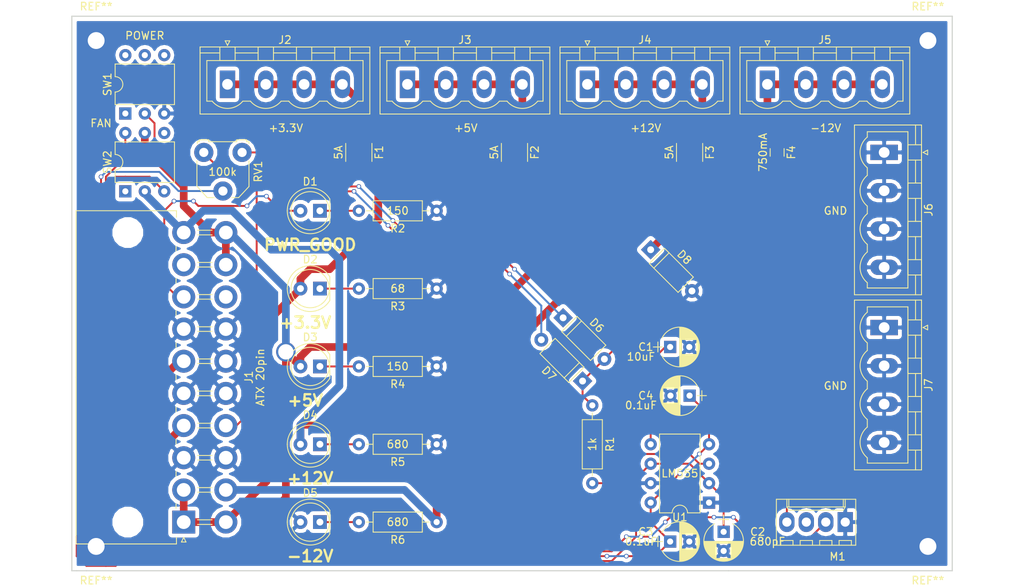
<source format=kicad_pcb>
(kicad_pcb (version 4) (host pcbnew 4.0.7)
  (layers (0 F.Cu signal) (31 B.Cu signal) (34 B.Paste user) (35 F.Paste user) (36 B.SilkS user) (37 F.SilkS user) (38 B.Mask user) (39 F.Mask user) (44 Edge.Cuts user))
  (net 0 "")
  (net 1 "Net-(C1-Pad1)")
  (net 2 Earth)
  (net 3 "Net-(C3-Pad1)")
  (net 4 "Net-(D1-Pad1)")
  (net 5 /PWR_OK)
  (net 6 "Net-(D2-Pad1)")
  (net 7 +3V3)
  (net 8 "Net-(D3-Pad1)")
  (net 9 +5V)
  (net 10 "Net-(D4-Pad1)")
  (net 11 +12V)
  (net 12 "Net-(D5-Pad1)")
  (net 13 "Net-(D6-Pad2)")
  (net 14 "Net-(F1-Pad1)")
  (net 15 "Net-(F2-Pad1)")
  (net 16 "Net-(F3-Pad1)")
  (net 17 "Net-(F4-Pad1)")
  (net 18 -12VA)
  (net 19 "Net-(J1-Pad14)")
  (net 20 "Net-(R1-Pad2)")
  (net 21 "Net-(C2-Pad1)")
  (net 22 "Net-(D6-Pad1)")
  (net 23 "Net-(D7-Pad2)")
  (net 24 "Net-(M1-Pad2)")
  (module Diodes_THT:D_A-405_P7.62mm_Horizontal (layer F.Cu) (at 134.62 71.12 315)
    (fp_text reference D8 (at 3.81 -2.41 315) (layer F.SilkS))
    (fp_text value 1N1418)
    (pad 1 thru_hole rect (at 0 0 315) (size 1.8 1.8) (drill 0.9) (layers *.Cu *.Mask) (net 11 +12V))
    (pad 2 thru_hole oval (at 7.62 0 315) (size 1.8 1.8) (drill 0.9) (layers *.Cu *.Mask) (net 2 Earth))
  )
  (module Connectors_Molex:Molex_MiniFit-JR-5569-20A2_2x10x4.20mm_Angled (layer F.Cu) (at 73.66 106.68 90)
    (fp_text reference J1 (at 18.9 8.5 90) (layer F.SilkS))
    (fp_text value "ATX 20pin" (at 18.9 10 90) (layer F.SilkS))
    (pad 1 thru_hole rect (at 0 0 90) (size 3 3) (drill 1.8) (layers *.Cu *.Mask) (net 7 +3V3))
    (pad 2 thru_hole circle (at 4.2 0 90) (size 3 3) (drill 1.8) (layers *.Cu *.Mask) (net 7 +3V3))
    (pad 3 thru_hole circle (at 8.4 0 90) (size 3 3) (drill 1.8) (layers *.Cu *.Mask) (net 2 Earth))
    (pad 4 thru_hole circle (at 12.6 0 90) (size 3 3) (drill 1.8) (layers *.Cu *.Mask) (net 9 +5V))
    (pad 5 thru_hole circle (at 16.8 0 90) (size 3 3) (drill 1.8) (layers *.Cu *.Mask) (net 2 Earth))
    (pad 6 thru_hole circle (at 21 0 90) (size 3 3) (drill 1.8) (layers *.Cu *.Mask) (net 9 +5V))
    (pad 7 thru_hole circle (at 25.2 0 90) (size 3 3) (drill 1.8) (layers *.Cu *.Mask) (net 2 Earth))
    (pad 8 thru_hole circle (at 29.4 0 90) (size 3 3) (drill 1.8) (layers *.Cu *.Mask) (net 5 /PWR_OK))
    (pad 9 thru_hole circle (at 33.6 0 90) (size 3 3) (drill 1.8) (layers *.Cu *.Mask))
    (pad 10 thru_hole circle (at 37.8 0 90) (size 3 3) (drill 1.8) (layers *.Cu *.Mask) (net 11 +12V))
    (pad 11 thru_hole circle (at 0 5.5 90) (size 3 3) (drill 1.8) (layers *.Cu *.Mask) (net 7 +3V3))
    (pad 12 thru_hole circle (at 4.2 5.5 90) (size 3 3) (drill 1.8) (layers *.Cu *.Mask) (net 18 -12VA))
    (pad 13 thru_hole circle (at 8.4 5.5 90) (size 3 3) (drill 1.8) (layers *.Cu *.Mask) (net 2 Earth))
    (pad 14 thru_hole circle (at 12.6 5.5 90) (size 3 3) (drill 1.8) (layers *.Cu *.Mask) (net 19 "Net-(J1-Pad14)"))
    (pad 15 thru_hole circle (at 16.8 5.5 90) (size 3 3) (drill 1.8) (layers *.Cu *.Mask) (net 2 Earth))
    (pad 16 thru_hole circle (at 21 5.5 90) (size 3 3) (drill 1.8) (layers *.Cu *.Mask) (net 2 Earth))
    (pad 17 thru_hole circle (at 25.2 5.5 90) (size 3 3) (drill 1.8) (layers *.Cu *.Mask) (net 2 Earth))
    (pad 18 thru_hole circle (at 29.4 5.5 90) (size 3 3) (drill 1.8) (layers *.Cu *.Mask))
    (pad 19 thru_hole circle (at 33.6 5.5 90) (size 3 3) (drill 1.8) (layers *.Cu *.Mask) (net 9 +5V))
    (pad 20 thru_hole circle (at 37.8 5.5 90) (size 3 3) (drill 1.8) (layers *.Cu *.Mask) (net 9 +5V))
    (pad "" np_thru_hole circle (at 0 -7.3 90) (size 3 3) (drill 3) (layers *.Cu *.Mask))
    (pad "" np_thru_hole circle (at 37.8 -7.3 90) (size 3 3) (drill 3) (layers *.Cu *.Mask))
  )
  (module Capacitors_THT:CP_Radial_D5.0mm_P2.50mm (layer F.Cu) (at 137.16 83.82)
    (fp_text reference C1 (at -3.175 0) (layer F.SilkS))
    (fp_text value 0.1uF (at -3.81 7.62) (layer F.SilkS))
    (pad 1 thru_hole rect (at 0 0) (size 1.6 1.6) (drill 0.8) (layers *.Cu *.Mask) (net 1 "Net-(C1-Pad1)"))
    (pad 2 thru_hole circle (at 2.5 0) (size 1.6 1.6) (drill 0.8) (layers *.Cu *.Mask) (net 2 Earth))
  )
  (module Capacitors_THT:CP_Radial_D5.0mm_P2.50mm (layer F.Cu) (at 144.145 107.95 270)
    (fp_text reference C2 (at 0 -4.445 360) (layer F.SilkS))
    (fp_text value 680pF (at 1.27 -5.715 360) (layer F.SilkS))
    (pad 1 thru_hole rect (at 0 0 270) (size 1.6 1.6) (drill 0.8) (layers *.Cu *.Mask) (net 21 "Net-(C2-Pad1)"))
    (pad 2 thru_hole circle (at 2.5 0 270) (size 1.6 1.6) (drill 0.8) (layers *.Cu *.Mask) (net 2 Earth))
  )
  (module Capacitors_THT:CP_Radial_D5.0mm_P2.50mm (layer F.Cu) (at 137.16 109.22)
    (fp_text reference C3 (at -3.175 -1.27) (layer F.SilkS))
    (fp_text value 0.1uF (at -3.81 0) (layer F.SilkS))
    (pad 1 thru_hole rect (at 0 0) (size 1.6 1.6) (drill 0.8) (layers *.Cu *.Mask) (net 3 "Net-(C3-Pad1)"))
    (pad 2 thru_hole circle (at 2.5 0) (size 1.6 1.6) (drill 0.8) (layers *.Cu *.Mask) (net 2 Earth))
  )
  (module Capacitors_THT:CP_Radial_D5.0mm_P2.50mm (layer F.Cu) (at 139.7 90.17 180)
    (fp_text reference C4 (at 5.715 0 180) (layer F.SilkS))
    (fp_text value 10uF (at 6.35 5.08 180) (layer F.SilkS))
    (pad 1 thru_hole rect (at 0 0 180) (size 1.6 1.6) (drill 0.8) (layers *.Cu *.Mask) (net 3 "Net-(C3-Pad1)"))
    (pad 2 thru_hole circle (at 2.5 0 180) (size 1.6 1.6) (drill 0.8) (layers *.Cu *.Mask) (net 2 Earth))
  )
  (module LEDs:LED_D5.0mm (layer F.Cu) (at 91.44 66.04 180)
    (fp_text reference D1 (at 1.27 3.81 180) (layer F.SilkS))
    (fp_text value LED)
    (pad 1 thru_hole rect (at 0 0 180) (size 1.8 1.8) (drill 0.9) (layers *.Cu *.Mask) (net 4 "Net-(D1-Pad1)"))
    (pad 2 thru_hole circle (at 2.54 0 180) (size 1.8 1.8) (drill 0.9) (layers *.Cu *.Mask) (net 5 /PWR_OK))
  )
  (module LEDs:LED_D5.0mm (layer F.Cu) (at 91.44 76.2 180)
    (fp_text reference D2 (at 1.27 3.81 180) (layer F.SilkS))
    (fp_text value LED)
    (pad 1 thru_hole rect (at 0 0 180) (size 1.8 1.8) (drill 0.9) (layers *.Cu *.Mask) (net 6 "Net-(D2-Pad1)"))
    (pad 2 thru_hole circle (at 2.54 0 180) (size 1.8 1.8) (drill 0.9) (layers *.Cu *.Mask) (net 7 +3V3))
  )
  (module LEDs:LED_D5.0mm (layer F.Cu) (at 91.44 86.36 180)
    (fp_text reference D3 (at 1.27 3.81 180) (layer F.SilkS))
    (fp_text value LED)
    (pad 1 thru_hole rect (at 0 0 180) (size 1.8 1.8) (drill 0.9) (layers *.Cu *.Mask) (net 8 "Net-(D3-Pad1)"))
    (pad 2 thru_hole circle (at 2.54 0 180) (size 1.8 1.8) (drill 0.9) (layers *.Cu *.Mask) (net 9 +5V))
  )
  (module LEDs:LED_D5.0mm (layer F.Cu) (at 91.44 96.52 180)
    (fp_text reference D4 (at 1.27 3.81 180) (layer F.SilkS))
    (fp_text value LED)
    (pad 1 thru_hole rect (at 0 0 180) (size 1.8 1.8) (drill 0.9) (layers *.Cu *.Mask) (net 10 "Net-(D4-Pad1)"))
    (pad 2 thru_hole circle (at 2.54 0 180) (size 1.8 1.8) (drill 0.9) (layers *.Cu *.Mask) (net 11 +12V))
  )
  (module LEDs:LED_D5.0mm (layer F.Cu) (at 91.44 106.68 180)
    (fp_text reference D5 (at 1.27 3.81 180) (layer F.SilkS))
    (fp_text value LED)
    (pad 1 thru_hole rect (at 0 0 180) (size 1.8 1.8) (drill 0.9) (layers *.Cu *.Mask) (net 12 "Net-(D5-Pad1)"))
    (pad 2 thru_hole circle (at 2.54 0 180) (size 1.8 1.8) (drill 0.9) (layers *.Cu *.Mask) (net 2 Earth))
  )
  (module Diodes_THT:D_A-405_P7.62mm_Horizontal (layer F.Cu) (at 123.19 80.01 315)
    (fp_text reference D6 (at 3.81 -2.41 315) (layer F.SilkS))
    (fp_text value 1N1418)
    (pad 1 thru_hole rect (at 0 0 315) (size 1.8 1.8) (drill 0.9) (layers *.Cu *.Mask) (net 22 "Net-(D6-Pad1)"))
    (pad 2 thru_hole oval (at 7.62 0 315) (size 1.8 1.8) (drill 0.9) (layers *.Cu *.Mask) (net 13 "Net-(D6-Pad2)"))
  )
  (module Diodes_THT:D_A-405_P7.62mm_Horizontal (layer F.Cu) (at 125.73 88.265 135)
    (fp_text reference D7 (at 3.81 -2.41 135) (layer F.SilkS))
    (fp_text value 1N1418)
    (pad 1 thru_hole rect (at 0 0 135) (size 1.8 1.8) (drill 0.9) (layers *.Cu *.Mask) (net 13 "Net-(D6-Pad2)"))
    (pad 2 thru_hole oval (at 7.62 0 135) (size 1.8 1.8) (drill 0.9) (layers *.Cu *.Mask) (net 23 "Net-(D7-Pad2)"))
  )
  (module Resistor_SMD:R_1812_4532Metric_Pad1.38x3.40mm_HandSolder (layer F.Cu) (at 96.52 58.42 270)
    (fp_text reference F1 (at 0 -2.65 270) (layer F.SilkS))
    (fp_text value 5A (at 0 2.65 270) (layer F.SilkS))
    (pad 1 smd rect (at -2.1925 0 270) (size 1.385 3.4) (layers F.Cu F.Paste F.Mask) (net 14 "Net-(F1-Pad1)"))
    (pad 2 smd rect (at 2.1925 0 270) (size 1.385 3.4) (layers F.Cu F.Paste F.Mask) (net 7 +3V3))
  )
  (module Resistor_SMD:R_1812_4532Metric_Pad1.38x3.40mm_HandSolder (layer F.Cu) (at 116.84 58.42 270)
    (fp_text reference F2 (at 0 -2.65 270) (layer F.SilkS))
    (fp_text value 5A (at 0 2.65 270) (layer F.SilkS))
    (pad 1 smd rect (at -2.1925 0 270) (size 1.385 3.4) (layers F.Cu F.Paste F.Mask) (net 15 "Net-(F2-Pad1)"))
    (pad 2 smd rect (at 2.1925 0 270) (size 1.385 3.4) (layers F.Cu F.Paste F.Mask) (net 9 +5V))
  )
  (module Resistor_SMD:R_1812_4532Metric_Pad1.38x3.40mm_HandSolder (layer F.Cu) (at 139.7 58.42 270)
    (fp_text reference F3 (at 0 -2.65 270) (layer F.SilkS))
    (fp_text value 5A (at 0 2.65 270) (layer F.SilkS))
    (pad 1 smd rect (at -2.1925 0 270) (size 1.385 3.4) (layers F.Cu F.Paste F.Mask) (net 16 "Net-(F3-Pad1)"))
    (pad 2 smd rect (at 2.1925 0 270) (size 1.385 3.4) (layers F.Cu F.Paste F.Mask) (net 11 +12V))
  )
  (module Resistor_SMD:R_1206_3216Metric_Pad1.39x1.80mm_HandSolder (layer F.Cu) (at 151.13 58.42 270)
    (fp_text reference F4 (at 0 -1.85 270) (layer F.SilkS))
    (fp_text value 750mA (at 0 1.85 270) (layer F.SilkS))
    (pad 1 smd rect (at -1.5175 0 270) (size 1.395 1.8) (layers F.Cu F.Paste F.Mask) (net 17 "Net-(F4-Pad1)"))
    (pad 2 smd rect (at 1.5175 0 270) (size 1.395 1.8) (layers F.Cu F.Paste F.Mask) (net 18 -12VA))
  )
  (module Connectors_Molex:Molex_KK-6410-04_04x2.54mm_Straight (layer F.Cu) (at 160.02 106.68 180)
    (fp_text reference M1 (at 1 -4.5 180) (layer F.SilkS))
    (fp_text value Fan)
    (pad 1 thru_hole rect (at 0 0 180) (size 2 2.6) (drill 1.2) (layers *.Cu *.Mask) (net 2 Earth))
    (pad 2 thru_hole oval (at 2.54 0 180) (size 2 2.6) (drill 1.2) (layers *.Cu *.Mask) (net 24 "Net-(M1-Pad2)"))
    (pad 3 thru_hole oval (at 5.08 0 180) (size 2 2.6) (drill 1.2) (layers *.Cu *.Mask))
    (pad 4 thru_hole oval (at 7.62 0 180) (size 2 2.6) (drill 1.2) (layers *.Cu *.Mask) (net 13 "Net-(D6-Pad2)"))
  )
  (module Resistors_THT:R_Axial_DIN0207_L6.3mm_D2.5mm_P10.16mm_Horizontal (layer F.Cu) (at 127 91.44 270)
    (fp_text reference R1 (at 5.08 -2.31 270) (layer F.SilkS))
    (fp_text value 1k (at 5.08 0 270) (layer F.SilkS))
    (pad 1 thru_hole circle (at 0 0 270) (size 1.6 1.6) (drill 0.8) (layers *.Cu *.Mask) (net 13 "Net-(D6-Pad2)"))
    (pad 2 thru_hole oval (at 10.16 0 270) (size 1.6 1.6) (drill 0.8) (layers *.Cu *.Mask) (net 20 "Net-(R1-Pad2)"))
  )
  (module Resistors_THT:R_Axial_DIN0207_L6.3mm_D2.5mm_P10.16mm_Horizontal (layer F.Cu) (at 106.68 66.04 180)
    (fp_text reference R2 (at 5.08 -2.31 180) (layer F.SilkS))
    (fp_text value 150 (at 5.08 0 180) (layer F.SilkS))
    (pad 1 thru_hole circle (at 0 0 180) (size 1.6 1.6) (drill 0.8) (layers *.Cu *.Mask) (net 2 Earth))
    (pad 2 thru_hole oval (at 10.16 0 180) (size 1.6 1.6) (drill 0.8) (layers *.Cu *.Mask) (net 4 "Net-(D1-Pad1)"))
  )
  (module Resistors_THT:R_Axial_DIN0207_L6.3mm_D2.5mm_P10.16mm_Horizontal (layer F.Cu) (at 106.68 76.2 180)
    (fp_text reference R3 (at 5.08 -2.31 180) (layer F.SilkS))
    (fp_text value 68 (at 5.08 0 180) (layer F.SilkS))
    (pad 1 thru_hole circle (at 0 0 180) (size 1.6 1.6) (drill 0.8) (layers *.Cu *.Mask) (net 2 Earth))
    (pad 2 thru_hole oval (at 10.16 0 180) (size 1.6 1.6) (drill 0.8) (layers *.Cu *.Mask) (net 6 "Net-(D2-Pad1)"))
  )
  (module Resistors_THT:R_Axial_DIN0207_L6.3mm_D2.5mm_P10.16mm_Horizontal (layer F.Cu) (at 106.68 86.36 180)
    (fp_text reference R4 (at 5.08 -2.31 180) (layer F.SilkS))
    (fp_text value 150 (at 5.08 0 180) (layer F.SilkS))
    (pad 1 thru_hole circle (at 0 0 180) (size 1.6 1.6) (drill 0.8) (layers *.Cu *.Mask) (net 2 Earth))
    (pad 2 thru_hole oval (at 10.16 0 180) (size 1.6 1.6) (drill 0.8) (layers *.Cu *.Mask) (net 8 "Net-(D3-Pad1)"))
  )
  (module Resistors_THT:R_Axial_DIN0207_L6.3mm_D2.5mm_P10.16mm_Horizontal (layer F.Cu) (at 106.68 96.52 180)
    (fp_text reference R5 (at 5.08 -2.31 180) (layer F.SilkS))
    (fp_text value 680 (at 5.08 0 180) (layer F.SilkS))
    (pad 1 thru_hole circle (at 0 0 180) (size 1.6 1.6) (drill 0.8) (layers *.Cu *.Mask) (net 2 Earth))
    (pad 2 thru_hole oval (at 10.16 0 180) (size 1.6 1.6) (drill 0.8) (layers *.Cu *.Mask) (net 10 "Net-(D4-Pad1)"))
  )
  (module Resistors_THT:R_Axial_DIN0207_L6.3mm_D2.5mm_P10.16mm_Horizontal (layer F.Cu) (at 106.68 106.68 180)
    (fp_text reference R6 (at 5.08 -2.31 180) (layer F.SilkS))
    (fp_text value 680 (at 5.08 0 180) (layer F.SilkS))
    (pad 1 thru_hole circle (at 0 0 180) (size 1.6 1.6) (drill 0.8) (layers *.Cu *.Mask) (net 18 -12VA))
    (pad 2 thru_hole oval (at 10.16 0 180) (size 1.6 1.6) (drill 0.8) (layers *.Cu *.Mask) (net 12 "Net-(D5-Pad1)"))
  )
  (module Package_DIP:DIP-6_W7.62mm (layer F.Cu) (at 66.04 53.34 90)
    (fp_text reference SW1 (at 3.81 -2.33 90) (layer F.SilkS))
    (fp_text value POWER (at 10.16 2.54 180) (layer F.SilkS))
    (pad 1 thru_hole rect (at 0 0 90) (size 1.6 1.6) (drill 0.8) (layers *.Cu *.Mask))
    (pad 4 thru_hole oval (at 7.62 5.08 90) (size 1.6 1.6) (drill 0.8) (layers *.Cu *.Mask))
    (pad 2 thru_hole oval (at 0 2.54 90) (size 1.6 1.6) (drill 0.8) (layers *.Cu *.Mask) (net 19 "Net-(J1-Pad14)"))
    (pad 5 thru_hole oval (at 7.62 2.54 90) (size 1.6 1.6) (drill 0.8) (layers *.Cu *.Mask))
    (pad 3 thru_hole oval (at 0 5.08 90) (size 1.6 1.6) (drill 0.8) (layers *.Cu *.Mask) (net 2 Earth))
    (pad 6 thru_hole oval (at 7.62 0 90) (size 1.6 1.6) (drill 0.8) (layers *.Cu *.Mask))
  )
  (module Package_DIP:DIP-6_W7.62mm (layer F.Cu) (at 66.04 63.5 90)
    (fp_text reference SW2 (at 3.81 -2.33 90) (layer F.SilkS))
    (fp_text value FAN (at 8.89 -3.175 180) (layer F.SilkS))
    (pad 1 thru_hole rect (at 0 0 90) (size 1.6 1.6) (drill 0.8) (layers *.Cu *.Mask))
    (pad 4 thru_hole oval (at 7.62 5.08 90) (size 1.6 1.6) (drill 0.8) (layers *.Cu *.Mask))
    (pad 2 thru_hole oval (at 0 2.54 90) (size 1.6 1.6) (drill 0.8) (layers *.Cu *.Mask) (net 11 +12V))
    (pad 5 thru_hole oval (at 7.62 2.54 90) (size 1.6 1.6) (drill 0.8) (layers *.Cu *.Mask) (net 9 +5V))
    (pad 3 thru_hole oval (at 0 5.08 90) (size 1.6 1.6) (drill 0.8) (layers *.Cu *.Mask) (net 24 "Net-(M1-Pad2)"))
    (pad 6 thru_hole oval (at 7.62 0 90) (size 1.6 1.6) (drill 0.8) (layers *.Cu *.Mask) (net 3 "Net-(C3-Pad1)"))
  )
  (module Package_DIP:DIP-8_W7.62mm (layer F.Cu) (at 142.24 104.14 180)
    (fp_text reference U1 (at 3.81 -1.905 180) (layer F.SilkS))
    (fp_text value LM555 (at 3.81 3.81 180) (layer F.SilkS))
    (pad 1 thru_hole rect (at 0 0 180) (size 1.6 1.6) (drill 0.8) (layers *.Cu *.Mask) (net 2 Earth))
    (pad 5 thru_hole oval (at 7.62 7.62 180) (size 1.6 1.6) (drill 0.8) (layers *.Cu *.Mask) (net 1 "Net-(C1-Pad1)"))
    (pad 2 thru_hole oval (at 0 2.54 180) (size 1.6 1.6) (drill 0.8) (layers *.Cu *.Mask) (net 21 "Net-(C2-Pad1)"))
    (pad 6 thru_hole oval (at 7.62 5.08 180) (size 1.6 1.6) (drill 0.8) (layers *.Cu *.Mask) (net 21 "Net-(C2-Pad1)"))
    (pad 3 thru_hole oval (at 0 5.08 180) (size 1.6 1.6) (drill 0.8) (layers *.Cu *.Mask) (net 20 "Net-(R1-Pad2)"))
    (pad 7 thru_hole oval (at 7.62 2.54 180) (size 1.6 1.6) (drill 0.8) (layers *.Cu *.Mask) (net 2 Earth))
    (pad 4 thru_hole oval (at 0 7.62 180) (size 1.6 1.6) (drill 0.8) (layers *.Cu *.Mask) (net 3 "Net-(C3-Pad1)"))
    (pad 8 thru_hole oval (at 7.62 0 180) (size 1.6 1.6) (drill 0.8) (layers *.Cu *.Mask) (net 3 "Net-(C3-Pad1)"))
  )
  (module Potentiometers:Potentiometer_Triwood_RM-065 (layer F.Cu) (at 81.28 58.42 180)
    (fp_text reference RV1 (at -2.1 -2.5 270) (layer F.SilkS))
    (fp_text value 100k (at 2.54 -2.54 180) (layer F.SilkS))
    (pad 2 thru_hole circle (at 2.5 -5.04 180) (size 2.5 2.5) (drill 1.2) (layers *.Cu *.Mask) (net 21 "Net-(C2-Pad1)"))
    (pad 3 thru_hole circle (at 5 0 180) (size 2.5 2.5) (drill 1.2) (layers *.Cu *.Mask) (net 23 "Net-(D7-Pad2)"))
    (pad 1 thru_hole circle (at 0 0 180) (size 2.5 2.5) (drill 1.2) (layers *.Cu *.Mask) (net 22 "Net-(D6-Pad1)"))
  )
  (module Connectors_Phoenix:PhoenixContact_MSTBVA-G_04x5.00mm_Vertical (layer F.Cu) (at 79.375 49.53)
    (fp_text reference J2 (at 7.5 -5.8) (layer F.SilkS))
    (fp_text value +3.3V (at 7.62 5.715) (layer F.SilkS))
    (pad 1 thru_hole rect (at 0 0) (size 2 3.6) (drill 1.4) (layers *.Cu *.Mask) (net 14 "Net-(F1-Pad1)"))
    (pad 2 thru_hole oval (at 5 0) (size 2 3.6) (drill 1.4) (layers *.Cu *.Mask) (net 14 "Net-(F1-Pad1)"))
    (pad 3 thru_hole oval (at 10 0) (size 2 3.6) (drill 1.4) (layers *.Cu *.Mask) (net 14 "Net-(F1-Pad1)"))
    (pad 4 thru_hole oval (at 15 0) (size 2 3.6) (drill 1.4) (layers *.Cu *.Mask) (net 14 "Net-(F1-Pad1)"))
  )
  (module Connectors_Phoenix:PhoenixContact_MSTBVA-G_04x5.00mm_Vertical (layer F.Cu) (at 102.87 49.53)
    (fp_text reference J3 (at 7.5 -5.8) (layer F.SilkS))
    (fp_text value +5V (at 7.62 5.715) (layer F.SilkS))
    (pad 1 thru_hole rect (at 0 0) (size 2 3.6) (drill 1.4) (layers *.Cu *.Mask) (net 15 "Net-(F2-Pad1)"))
    (pad 2 thru_hole oval (at 5 0) (size 2 3.6) (drill 1.4) (layers *.Cu *.Mask) (net 15 "Net-(F2-Pad1)"))
    (pad 3 thru_hole oval (at 10 0) (size 2 3.6) (drill 1.4) (layers *.Cu *.Mask) (net 15 "Net-(F2-Pad1)"))
    (pad 4 thru_hole oval (at 15 0) (size 2 3.6) (drill 1.4) (layers *.Cu *.Mask) (net 15 "Net-(F2-Pad1)"))
  )
  (module Connectors_Phoenix:PhoenixContact_MSTBVA-G_04x5.00mm_Vertical (layer F.Cu) (at 126.365 49.53)
    (fp_text reference J4 (at 7.5 -5.8) (layer F.SilkS))
    (fp_text value +12V (at 7.62 5.715) (layer F.SilkS))
    (pad 1 thru_hole rect (at 0 0) (size 2 3.6) (drill 1.4) (layers *.Cu *.Mask) (net 16 "Net-(F3-Pad1)"))
    (pad 2 thru_hole oval (at 5 0) (size 2 3.6) (drill 1.4) (layers *.Cu *.Mask) (net 16 "Net-(F3-Pad1)"))
    (pad 3 thru_hole oval (at 10 0) (size 2 3.6) (drill 1.4) (layers *.Cu *.Mask) (net 16 "Net-(F3-Pad1)"))
    (pad 4 thru_hole oval (at 15 0) (size 2 3.6) (drill 1.4) (layers *.Cu *.Mask) (net 16 "Net-(F3-Pad1)"))
  )
  (module Connectors_Phoenix:PhoenixContact_MSTBVA-G_04x5.00mm_Vertical (layer F.Cu) (at 149.86 49.53)
    (fp_text reference J5 (at 7.5 -5.8) (layer F.SilkS))
    (fp_text value -12V (at 7.62 5.715) (layer F.SilkS))
    (pad 1 thru_hole rect (at 0 0) (size 2 3.6) (drill 1.4) (layers *.Cu *.Mask) (net 17 "Net-(F4-Pad1)"))
    (pad 2 thru_hole oval (at 5 0) (size 2 3.6) (drill 1.4) (layers *.Cu *.Mask) (net 17 "Net-(F4-Pad1)"))
    (pad 3 thru_hole oval (at 10 0) (size 2 3.6) (drill 1.4) (layers *.Cu *.Mask) (net 17 "Net-(F4-Pad1)"))
    (pad 4 thru_hole oval (at 15 0) (size 2 3.6) (drill 1.4) (layers *.Cu *.Mask) (net 17 "Net-(F4-Pad1)"))
  )
  (module Connectors_Phoenix:PhoenixContact_MSTBVA-G_04x5.00mm_Vertical (layer F.Cu) (at 165.1 58.42 270)
    (fp_text reference J6 (at 7.5 -5.8 270) (layer F.SilkS))
    (fp_text value GND (at 7.62 6.35 360) (layer F.SilkS))
    (pad 1 thru_hole rect (at 0 0 270) (size 2 3.6) (drill 1.4) (layers *.Cu *.Mask) (net 2 Earth))
    (pad 2 thru_hole oval (at 5 0 270) (size 2 3.6) (drill 1.4) (layers *.Cu *.Mask) (net 2 Earth))
    (pad 3 thru_hole oval (at 10 0 270) (size 2 3.6) (drill 1.4) (layers *.Cu *.Mask) (net 2 Earth))
    (pad 4 thru_hole oval (at 15 0 270) (size 2 3.6) (drill 1.4) (layers *.Cu *.Mask) (net 2 Earth))
  )
  (module Connectors_Phoenix:PhoenixContact_MSTBVA-G_04x5.00mm_Vertical (layer F.Cu) (at 165.1 81.28 270)
    (fp_text reference J7 (at 7.5 -5.8 270) (layer F.SilkS))
    (fp_text value GND (at 7.62 6.35 360) (layer F.SilkS))
    (pad 1 thru_hole rect (at 0 0 270) (size 2 3.6) (drill 1.4) (layers *.Cu *.Mask) (net 2 Earth))
    (pad 2 thru_hole oval (at 5 0 270) (size 2 3.6) (drill 1.4) (layers *.Cu *.Mask) (net 2 Earth))
    (pad 3 thru_hole oval (at 10 0 270) (size 2 3.6) (drill 1.4) (layers *.Cu *.Mask) (net 2 Earth))
    (pad 4 thru_hole oval (at 15 0 270) (size 2 3.6) (drill 1.4) (layers *.Cu *.Mask) (net 2 Earth))
  )
  (module Mounting_Holes:MountingHole_2.2mm_M2_DIN965 (layer F.Cu) (at 62.23 43.815)
    (fp_text reference REF** (at 0 -4.445) (layer F.SilkS))
    (fp_text value MountingHole_2.2mm_M2_DIN965)
    (pad 1 np_thru_hole circle (at 0 0) (size 2.2 2.2) (drill 2.2) (layers *.Cu *.Mask))
  )
  (module Mounting_Holes:MountingHole_2.2mm_M2_DIN965 (layer F.Cu) (at 62.23 109.855)
    (fp_text reference REF** (at 0 4.445) (layer F.SilkS))
    (fp_text value MountingHole_2.2mm_M2_DIN965)
    (pad 1 np_thru_hole circle (at 0 0) (size 2.2 2.2) (drill 2.2) (layers *.Cu *.Mask))
  )
  (module Mounting_Holes:MountingHole_2.2mm_M2_DIN965 (layer F.Cu) (at 170.815 43.815)
    (fp_text reference REF** (at 0 -4.445) (layer F.SilkS))
    (fp_text value MountingHole_2.2mm_M2_DIN965)
    (pad 1 np_thru_hole circle (at 0 0) (size 2.2 2.2) (drill 2.2) (layers *.Cu *.Mask))
  )
  (module Mounting_Holes:MountingHole_2.2mm_M2_DIN965 (layer F.Cu) (at 170.815 109.855)
    (fp_text reference REF** (at 0 4.445) (layer F.SilkS))
    (fp_text value MountingHole_2.2mm_M2_DIN965)
    (pad 1 np_thru_hole circle (at 0 0) (size 2.2 2.2) (drill 2.2) (layers *.Cu *.Mask))
  )
  (gr_line (start 173.99 113.03) (end 144.78 113.03) (angle 90) (layer Edge.Cuts) (width 0.15))
  (gr_line (start 173.99 40.64) (end 173.99 113.03) (angle 90) (layer Edge.Cuts) (width 0.15))
  (gr_line (start 59.055 40.64) (end 173.99 40.64) (angle 90) (layer Edge.Cuts) (width 0.15))
  (gr_text -12V (at 90.17 111.125) (layer F.SilkS) (effects (font (size 1.5 1.5) (thickness 0.3))))
  (gr_text +12V (at 90.17 100.965) (layer F.SilkS) (effects (font (size 1.5 1.5) (thickness 0.3))))
  (gr_text +5V (at 89.535 90.805) (layer F.SilkS) (effects (font (size 1.5 1.5) (thickness 0.3))))
  (gr_text +3.3V (at 89.535 80.645) (layer F.SilkS) (effects (font (size 1.5 1.5) (thickness 0.3))))
  (gr_text PWR_GOOD (at 90.17 70.485) (layer F.SilkS) (effects (font (size 1.5 1.5) (thickness 0.3))))
  (gr_line (start 59.055 40.64) (end 59.055 113.03) (angle 90) (layer Edge.Cuts) (width 0.15))
  (gr_line (start 59.69 113.03) (end 59.055 113.03) (angle 90) (layer Edge.Cuts) (width 0.15))
  (gr_line (start 60.96 113.03) (end 59.69 113.03) (angle 90) (layer Edge.Cuts) (width 0.15))
  (gr_line (start 144.78 113.03) (end 60.96 113.03) (angle 90) (layer Edge.Cuts) (width 0.15))
  (segment (start 137.16 83.82) (end 136.525 83.82) (width 0.25) (layer F.Cu) (net 1))
  (segment (start 136.525 83.82) (end 134.62 85.725) (width 0.25) (layer F.Cu) (net 1))
  (segment (start 134.62 85.725) (end 134.62 96.52) (width 0.25) (layer F.Cu) (net 1))
  (segment (start 142.24 96.52) (end 140.97 97.79) (width 0.25) (layer F.Cu) (net 3))
  (segment (start 138.43 100.33) (end 134.62 104.14) (width 0.25) (layer F.Cu) (net 3))
  (via (at 138.43 100.33) (size 0.6) (drill 0.4) (layers F.Cu B.Cu) (net 3))
  (segment (start 140.97 97.79) (end 138.43 100.33) (width 0.25) (layer B.Cu) (net 3))
  (via (at 140.97 97.79) (size 0.6) (drill 0.4) (layers F.Cu B.Cu) (net 3))
  (segment (start 109.22 111.125) (end 128.905 111.125) (width 0.25) (layer F.Cu) (net 3))
  (segment (start 66.04 59.055) (end 63.5 61.595) (width 0.25) (layer F.Cu) (net 3))
  (segment (start 63.5 61.595) (end 63.5 108.585) (width 0.25) (layer F.Cu) (net 3))
  (segment (start 63.5 108.585) (end 66.04 111.125) (width 0.25) (layer F.Cu) (net 3))
  (segment (start 66.04 111.125) (end 109.22 111.125) (width 0.25) (layer F.Cu) (net 3))
  (segment (start 66.04 55.88) (end 66.04 59.055) (width 0.25) (layer F.Cu) (net 3))
  (segment (start 135.255 111.125) (end 137.16 109.22) (width 0.25) (layer F.Cu) (net 3))
  (segment (start 134.62 111.125) (end 135.255 111.125) (width 0.25) (layer F.Cu) (net 3))
  (segment (start 131.445 111.125) (end 134.62 111.125) (width 0.25) (layer F.Cu) (net 3))
  (via (at 131.445 111.125) (size 0.6) (drill 0.4) (layers F.Cu B.Cu) (net 3))
  (segment (start 128.905 111.125) (end 131.445 111.125) (width 0.25) (layer B.Cu) (net 3))
  (via (at 128.905 111.125) (size 0.6) (drill 0.4) (layers F.Cu B.Cu) (net 3))
  (segment (start 134.62 104.14) (end 134.62 106.68) (width 0.25) (layer F.Cu) (net 3))
  (segment (start 134.62 106.68) (end 137.16 109.22) (width 0.25) (layer F.Cu) (net 3))
  (segment (start 142.24 96.52) (end 142.24 92.71) (width 0.25) (layer F.Cu) (net 3))
  (segment (start 142.24 92.71) (end 139.7 90.17) (width 0.25) (layer F.Cu) (net 3))
  (segment (start 91.44 66.04) (end 96.52 66.04) (width 0.25) (layer F.Cu) (net 4))
  (segment (start 71.12 75.565) (end 71.12 66.04) (width 0.25) (layer F.Cu) (net 5))
  (via (at 84.455 64.135) (size 0.6) (drill 0.4) (layers F.Cu B.Cu) (net 5))
  (segment (start 84.455 64.135) (end 86.36 66.04) (width 0.25) (layer F.Cu) (net 5))
  (segment (start 88.9 66.04) (end 86.36 66.04) (width 0.25) (layer F.Cu) (net 5))
  (segment (start 71.12 75.565) (end 72.835 77.28) (width 0.25) (layer F.Cu) (net 5))
  (segment (start 83.185 64.135) (end 84.455 64.135) (width 0.25) (layer B.Cu) (net 5))
  (segment (start 81.915 65.405) (end 83.185 64.135) (width 0.25) (layer B.Cu) (net 5))
  (via (at 81.915 65.405) (size 0.6) (drill 0.4) (layers F.Cu B.Cu) (net 5))
  (segment (start 75.565 65.405) (end 81.915 65.405) (width 0.25) (layer F.Cu) (net 5))
  (segment (start 74.93 64.77) (end 75.565 65.405) (width 0.25) (layer F.Cu) (net 5))
  (via (at 74.93 64.77) (size 0.6) (drill 0.4) (layers F.Cu B.Cu) (net 5))
  (segment (start 72.39 64.77) (end 74.93 64.77) (width 0.25) (layer B.Cu) (net 5))
  (via (at 72.39 64.77) (size 0.6) (drill 0.4) (layers F.Cu B.Cu) (net 5))
  (segment (start 71.12 66.04) (end 72.39 64.77) (width 0.25) (layer F.Cu) (net 5))
  (segment (start 73.66 77.28) (end 72.835 77.28) (width 0.25) (layer F.Cu) (net 5))
  (segment (start 91.44 76.2) (end 96.52 76.2) (width 0.25) (layer F.Cu) (net 6))
  (segment (start 79.16 106.68) (end 73.66 106.68) (width 1) (layer F.Cu) (net 7))
  (segment (start 84.455 101.385) (end 79.16 106.68) (width 1) (layer F.Cu) (net 7))
  (segment (start 88.9 74.93) (end 88.9 76.2) (width 1) (layer F.Cu) (net 7))
  (segment (start 90.17 73.66) (end 88.9 74.93) (width 1) (layer F.Cu) (net 7))
  (segment (start 92.71 73.66) (end 90.17 73.66) (width 1) (layer F.Cu) (net 7))
  (segment (start 99.06 67.31) (end 92.71 73.66) (width 1) (layer F.Cu) (net 7))
  (segment (start 99.06 63.5) (end 99.06 67.31) (width 1) (layer F.Cu) (net 7))
  (segment (start 88.9 76.2) (end 84.455 80.645) (width 1) (layer F.Cu) (net 7))
  (segment (start 84.455 80.645) (end 84.455 101.385) (width 1) (layer F.Cu) (net 7))
  (segment (start 96.52 60.96) (end 99.06 63.5) (width 1) (layer F.Cu) (net 7))
  (segment (start 73.66 106.68) (end 73.66 102.48) (width 1) (layer F.Cu) (net 7))
  (segment (start 91.44 86.36) (end 96.52 86.36) (width 0.25) (layer F.Cu) (net 8))
  (segment (start 116.84 60.6125) (end 121.92 65.6925) (width 1) (layer F.Cu) (net 9))
  (segment (start 121.92 71.12) (end 109.22 83.82) (width 1) (layer F.Cu) (net 9))
  (segment (start 109.22 83.82) (end 90.17 83.82) (width 1) (layer F.Cu) (net 9))
  (segment (start 90.17 83.82) (end 88.9 85.09) (width 1) (layer F.Cu) (net 9))
  (segment (start 88.9 85.09) (end 88.9 86.36) (width 1) (layer F.Cu) (net 9))
  (segment (start 121.92 65.6925) (end 121.92 71.12) (width 1) (layer F.Cu) (net 9))
  (segment (start 68.58 55.88) (end 68.58 57.785) (width 1) (layer F.Cu) (net 9))
  (segment (start 77.135 68.88) (end 79.16 68.88) (width 1) (layer F.Cu) (net 9))
  (segment (start 73.66 65.405) (end 77.135 68.88) (width 1) (layer F.Cu) (net 9))
  (segment (start 73.66 62.865) (end 73.66 65.405) (width 1) (layer F.Cu) (net 9))
  (segment (start 68.58 57.785) (end 73.66 62.865) (width 1) (layer F.Cu) (net 9))
  (segment (start 73.66 85.68) (end 73.07 85.68) (width 1) (layer F.Cu) (net 9))
  (segment (start 73.07 85.68) (end 69.85 88.9) (width 1) (layer F.Cu) (net 9))
  (segment (start 69.85 88.9) (end 69.85 97.89) (width 1) (layer F.Cu) (net 9))
  (segment (start 86.995 84.455) (end 86.995 103.505) (width 1) (layer F.Cu) (net 9))
  (segment (start 69.85 97.89) (end 73.66 94.08) (width 1) (layer F.Cu) (net 9))
  (segment (start 69.85 107.95) (end 69.85 97.89) (width 1) (layer F.Cu) (net 9))
  (segment (start 71.12 109.22) (end 69.85 107.95) (width 1) (layer F.Cu) (net 9))
  (segment (start 81.28 109.22) (end 71.12 109.22) (width 1) (layer F.Cu) (net 9))
  (segment (start 86.995 103.505) (end 81.28 109.22) (width 1) (layer F.Cu) (net 9))
  (segment (start 73.66 85.68) (end 73.615 85.68) (width 1) (layer F.Cu) (net 9))
  (segment (start 73.66 85.68) (end 73.66 85.725) (width 1) (layer F.Cu) (net 9))
  (segment (start 79.16 73.08) (end 79.16 68.88) (width 1) (layer F.Cu) (net 9))
  (segment (start 88.9 86.36) (end 86.995 84.455) (width 1) (layer F.Cu) (net 9))
  (via (at 86.995 84.455) (size 2.54) (drill 2) (layers F.Cu B.Cu) (net 9))
  (segment (start 86.995 84.455) (end 86.995 76.2) (width 1) (layer B.Cu) (net 9))
  (segment (start 86.995 76.2) (end 79.675 68.88) (width 1) (layer B.Cu) (net 9))
  (segment (start 79.675 68.88) (end 79.16 68.88) (width 1) (layer B.Cu) (net 9))
  (segment (start 91.44 96.52) (end 96.52 96.52) (width 0.25) (layer F.Cu) (net 10))
  (segment (start 134.62 71.12) (end 139.7 66.04) (width 1) (layer F.Cu) (net 11))
  (segment (start 139.7 66.04) (end 139.7 60.6125) (width 1) (layer F.Cu) (net 11))
  (segment (start 139.7 60.6125) (end 106.3325 93.98) (width 1) (layer F.Cu) (net 11))
  (segment (start 88.9 93.98) (end 88.9 96.52) (width 1) (layer F.Cu) (net 11))
  (segment (start 91.44 93.98) (end 88.9 93.98) (width 1) (layer F.Cu) (net 11))
  (segment (start 106.3325 93.98) (end 91.44 93.98) (width 1) (layer F.Cu) (net 11))
  (segment (start 68.58 63.5) (end 68.58 63.8) (width 1) (layer B.Cu) (net 11))
  (segment (start 68.58 63.8) (end 73.66 68.88) (width 1) (layer B.Cu) (net 11))
  (segment (start 73.66 68.88) (end 73.66 68.58) (width 1) (layer B.Cu) (net 11))
  (segment (start 73.66 68.58) (end 76.2 66.04) (width 1) (layer B.Cu) (net 11))
  (segment (start 76.2 66.04) (end 80.01 66.04) (width 1) (layer B.Cu) (net 11))
  (segment (start 80.01 66.04) (end 85.09 71.12) (width 1) (layer B.Cu) (net 11))
  (segment (start 85.09 71.12) (end 92.71 71.12) (width 1) (layer B.Cu) (net 11))
  (segment (start 92.71 71.12) (end 93.98 72.39) (width 1) (layer B.Cu) (net 11))
  (segment (start 93.98 72.39) (end 93.98 88.9) (width 1) (layer B.Cu) (net 11))
  (segment (start 93.98 88.9) (end 88.9 93.98) (width 1) (layer B.Cu) (net 11))
  (segment (start 88.9 93.98) (end 88.9 96.52) (width 1) (layer B.Cu) (net 11))
  (segment (start 91.44 106.68) (end 96.52 106.68) (width 0.25) (layer F.Cu) (net 12))
  (segment (start 152.4 106.68) (end 152.4 92.71) (width 0.25) (layer F.Cu) (net 13))
  (segment (start 132.061308 81.915) (end 128.578154 85.398154) (width 0.25) (layer F.Cu) (net 13))
  (segment (start 141.605 81.915) (end 132.061308 81.915) (width 0.25) (layer F.Cu) (net 13))
  (segment (start 152.4 92.71) (end 141.605 81.915) (width 0.25) (layer F.Cu) (net 13))
  (segment (start 125.73 88.265) (end 125.73 88.246308) (width 0.25) (layer F.Cu) (net 13))
  (segment (start 125.73 88.246308) (end 128.578154 85.398154) (width 0.25) (layer F.Cu) (net 13))
  (segment (start 125.73 88.265) (end 125.73 90.17) (width 0.25) (layer F.Cu) (net 13))
  (segment (start 125.73 90.17) (end 127 91.44) (width 0.25) (layer F.Cu) (net 13))
  (segment (start 84.375 49.53) (end 79.375 49.53) (width 1) (layer F.Cu) (net 14))
  (segment (start 89.375 49.53) (end 84.375 49.53) (width 1) (layer F.Cu) (net 14))
  (segment (start 94.375 49.53) (end 89.375 49.53) (width 1) (layer F.Cu) (net 14))
  (segment (start 96.52 56.2275) (end 96.52 51.675) (width 1) (layer F.Cu) (net 14))
  (segment (start 96.52 51.675) (end 94.375 49.53) (width 1) (layer F.Cu) (net 14))
  (segment (start 96.52 56.2275) (end 96.52 55.88) (width 1) (layer F.Cu) (net 14))
  (segment (start 102.87 49.53) (end 107.87 49.53) (width 1) (layer F.Cu) (net 15))
  (segment (start 116.84 56.2275) (end 117.87 55.1975) (width 1) (layer F.Cu) (net 15))
  (segment (start 117.87 55.1975) (end 117.87 49.53) (width 1) (layer F.Cu) (net 15))
  (segment (start 112.95 49.53) (end 117.95 49.53) (width 1) (layer F.Cu) (net 15))
  (segment (start 107.95 49.53) (end 112.95 49.53) (width 1) (layer F.Cu) (net 15))
  (segment (start 131.365 49.53) (end 126.365 49.53) (width 1) (layer F.Cu) (net 16))
  (segment (start 136.365 49.53) (end 131.365 49.53) (width 1) (layer F.Cu) (net 16))
  (segment (start 141.365 49.53) (end 136.365 49.53) (width 1) (layer F.Cu) (net 16))
  (segment (start 139.7 56.2275) (end 141.365 54.5625) (width 1) (layer F.Cu) (net 16))
  (segment (start 141.365 54.5625) (end 141.365 49.53) (width 1) (layer F.Cu) (net 16))
  (segment (start 159.86 49.53) (end 164.86 49.53) (width 1) (layer F.Cu) (net 17))
  (segment (start 154.86 49.53) (end 159.86 49.53) (width 1) (layer F.Cu) (net 17))
  (segment (start 149.86 49.53) (end 154.86 49.53) (width 1) (layer F.Cu) (net 17))
  (segment (start 151.13 56.9025) (end 149.86 55.6325) (width 1) (layer F.Cu) (net 17))
  (segment (start 149.86 55.6325) (end 149.86 49.53) (width 1) (layer F.Cu) (net 17))
  (segment (start 151.13 59.9375) (end 106.68 104.3875) (width 1) (layer F.Cu) (net 18))
  (segment (start 106.68 104.3875) (end 106.68 106.68) (width 1) (layer F.Cu) (net 18))
  (segment (start 102.48 102.48) (end 106.68 106.68) (width 1) (layer B.Cu) (net 18))
  (segment (start 79.16 102.48) (end 102.48 102.48) (width 1) (layer B.Cu) (net 18))
  (segment (start 68.58 53.34) (end 69.85 54.61) (width 0.25) (layer F.Cu) (net 19))
  (segment (start 81.28 61.595) (end 83.185 63.5) (width 0.25) (layer F.Cu) (net 19))
  (segment (start 73.66 61.595) (end 81.28 61.595) (width 0.25) (layer F.Cu) (net 19))
  (segment (start 69.85 57.785) (end 73.66 61.595) (width 0.25) (layer F.Cu) (net 19))
  (segment (start 69.85 54.61) (end 69.85 57.785) (width 0.25) (layer F.Cu) (net 19))
  (segment (start 80.545 94.08) (end 83.185 91.44) (width 0.25) (layer F.Cu) (net 19))
  (segment (start 83.185 91.44) (end 83.185 63.5) (width 0.25) (layer F.Cu) (net 19))
  (segment (start 79.16 94.08) (end 80.545 94.08) (width 0.25) (layer F.Cu) (net 19))
  (segment (start 139.065 97.79) (end 139.7 97.79) (width 0.25) (layer F.Cu) (net 20))
  (segment (start 128.905 101.6) (end 132.715 97.79) (width 0.25) (layer F.Cu) (net 20))
  (segment (start 132.715 97.79) (end 139.065 97.79) (width 0.25) (layer F.Cu) (net 20))
  (segment (start 127 101.6) (end 128.905 101.6) (width 0.25) (layer F.Cu) (net 20))
  (segment (start 140.97 99.06) (end 142.24 99.06) (width 0.25) (layer F.Cu) (net 20))
  (segment (start 139.7 97.79) (end 140.97 99.06) (width 0.25) (layer F.Cu) (net 20))
  (segment (start 62.865 105.41) (end 59.69 108.585) (width 0.25) (layer F.Cu) (net 21))
  (segment (start 132.715 100.965) (end 134.62 99.06) (width 0.25) (layer F.Cu) (net 21))
  (segment (start 129.54 111.76) (end 132.715 108.585) (width 0.25) (layer F.Cu) (net 21))
  (segment (start 65.405 111.76) (end 129.54 111.76) (width 0.25) (layer F.Cu) (net 21))
  (segment (start 132.715 108.585) (end 132.715 100.965) (width 0.25) (layer F.Cu) (net 21))
  (segment (start 64.77 112.395) (end 65.405 111.76) (width 0.25) (layer F.Cu) (net 21))
  (segment (start 63.5 112.395) (end 64.77 112.395) (width 0.25) (layer F.Cu) (net 21))
  (segment (start 60.96 112.395) (end 63.5 112.395) (width 0.25) (layer F.Cu) (net 21))
  (segment (start 59.69 111.125) (end 60.96 112.395) (width 0.25) (layer F.Cu) (net 21))
  (segment (start 59.69 108.585) (end 59.69 111.125) (width 0.25) (layer F.Cu) (net 21))
  (segment (start 78.78 63.46) (end 72.985 63.46) (width 0.25) (layer B.Cu) (net 21))
  (segment (start 62.865 61.595) (end 62.865 64.135) (width 0.25) (layer F.Cu) (net 21))
  (via (at 62.865 61.595) (size 0.6) (drill 0.4) (layers F.Cu B.Cu) (net 21))
  (segment (start 63.5 60.96) (end 62.865 61.595) (width 0.25) (layer B.Cu) (net 21))
  (segment (start 70.485 60.96) (end 63.5 60.96) (width 0.25) (layer B.Cu) (net 21))
  (segment (start 72.985 63.46) (end 70.485 60.96) (width 0.25) (layer B.Cu) (net 21))
  (segment (start 62.865 64.135) (end 62.865 105.41) (width 0.25) (layer F.Cu) (net 21))
  (segment (start 134.62 99.06) (end 139.7 99.06) (width 0.25) (layer F.Cu) (net 21))
  (segment (start 139.7 99.06) (end 142.24 101.6) (width 0.25) (layer F.Cu) (net 21))
  (segment (start 144.145 107.95) (end 144.145 103.505) (width 0.25) (layer F.Cu) (net 21))
  (segment (start 144.145 103.505) (end 142.24 101.6) (width 0.25) (layer F.Cu) (net 21))
  (segment (start 81.28 58.42) (end 90.805 58.42) (width 0.25) (layer F.Cu) (net 22))
  (segment (start 116.84 73.66) (end 123.19 80.01) (width 0.25) (layer B.Cu) (net 22))
  (via (at 116.84 73.66) (size 0.6) (drill 0.4) (layers F.Cu B.Cu) (net 22))
  (segment (start 115.57 72.39) (end 116.84 73.66) (width 0.25) (layer F.Cu) (net 22))
  (segment (start 114.935 72.39) (end 115.57 72.39) (width 0.25) (layer F.Cu) (net 22))
  (segment (start 106.045 72.39) (end 114.935 72.39) (width 0.25) (layer F.Cu) (net 22))
  (segment (start 100.965 67.31) (end 106.045 72.39) (width 0.25) (layer F.Cu) (net 22))
  (via (at 100.965 67.31) (size 0.6) (drill 0.4) (layers F.Cu B.Cu) (net 22))
  (segment (start 96.52 62.865) (end 100.965 67.31) (width 0.25) (layer B.Cu) (net 22))
  (via (at 96.52 62.865) (size 0.6) (drill 0.4) (layers F.Cu B.Cu) (net 22))
  (segment (start 95.25 62.865) (end 96.52 62.865) (width 0.25) (layer F.Cu) (net 22))
  (segment (start 90.805 58.42) (end 95.25 62.865) (width 0.25) (layer F.Cu) (net 22))
  (segment (start 76.28 58.42) (end 76.28 58.5) (width 0.25) (layer F.Cu) (net 23))
  (segment (start 76.28 58.5) (end 78.105 60.325) (width 0.25) (layer F.Cu) (net 23))
  (segment (start 78.105 60.325) (end 91.44 60.325) (width 0.25) (layer F.Cu) (net 23))
  (segment (start 91.44 60.325) (end 94.615 63.5) (width 0.25) (layer F.Cu) (net 23))
  (segment (start 94.615 63.5) (end 95.885 63.5) (width 0.25) (layer F.Cu) (net 23))
  (via (at 95.885 63.5) (size 0.6) (drill 0.4) (layers F.Cu B.Cu) (net 23))
  (segment (start 95.885 63.5) (end 100.33 67.945) (width 0.25) (layer B.Cu) (net 23))
  (via (at 100.33 67.945) (size 0.6) (drill 0.4) (layers F.Cu B.Cu) (net 23))
  (segment (start 100.33 67.945) (end 105.41 73.025) (width 0.25) (layer F.Cu) (net 23))
  (segment (start 105.41 73.025) (end 114.935 73.025) (width 0.25) (layer F.Cu) (net 23))
  (segment (start 114.935 73.025) (end 116.205 74.295) (width 0.25) (layer F.Cu) (net 23))
  (via (at 116.205 74.295) (size 0.6) (drill 0.4) (layers F.Cu B.Cu) (net 23))
  (segment (start 116.205 74.295) (end 120.341846 78.431846) (width 0.25) (layer B.Cu) (net 23))
  (segment (start 120.341846 78.431846) (end 120.341846 82.876846) (width 0.25) (layer B.Cu) (net 23))
  (segment (start 146.05 106.68) (end 148.59 109.22) (width 0.25) (layer F.Cu) (net 24))
  (segment (start 71.12 63.5) (end 69.215 61.595) (width 0.25) (layer F.Cu) (net 24))
  (segment (start 66.675 110.49) (end 109.22 110.49) (width 0.25) (layer F.Cu) (net 24))
  (segment (start 64.135 107.95) (end 66.675 110.49) (width 0.25) (layer F.Cu) (net 24))
  (segment (start 64.135 62.23) (end 64.135 107.95) (width 0.25) (layer F.Cu) (net 24))
  (segment (start 64.77 61.595) (end 64.135 62.23) (width 0.25) (layer F.Cu) (net 24))
  (segment (start 66.04 61.595) (end 64.77 61.595) (width 0.25) (layer F.Cu) (net 24))
  (segment (start 69.215 61.595) (end 66.04 61.595) (width 0.25) (layer F.Cu) (net 24))
  (segment (start 109.22 110.49) (end 129.54 110.49) (width 0.25) (layer F.Cu) (net 24))
  (segment (start 129.54 110.49) (end 131.445 108.585) (width 0.25) (layer F.Cu) (net 24))
  (via (at 131.445 108.585) (size 0.6) (drill 0.4) (layers F.Cu B.Cu) (net 24))
  (segment (start 131.445 108.585) (end 133.35 108.585) (width 0.25) (layer B.Cu) (net 24))
  (via (at 133.35 108.585) (size 0.6) (drill 0.4) (layers F.Cu B.Cu) (net 24))
  (segment (start 133.35 108.585) (end 134.62 108.585) (width 0.25) (layer F.Cu) (net 24))
  (via (at 134.62 108.585) (size 0.6) (drill 0.4) (layers F.Cu B.Cu) (net 24))
  (segment (start 134.62 108.585) (end 136.525 106.68) (width 0.25) (layer B.Cu) (net 24))
  (via (at 136.525 106.68) (size 0.6) (drill 0.4) (layers F.Cu B.Cu) (net 24))
  (segment (start 136.525 106.68) (end 137.16 106.045) (width 0.25) (layer F.Cu) (net 24))
  (segment (start 137.16 106.045) (end 142.875 106.045) (width 0.25) (layer F.Cu) (net 24))
  (via (at 142.875 106.045) (size 0.6) (drill 0.4) (layers F.Cu B.Cu) (net 24))
  (segment (start 142.875 106.045) (end 145.415 106.045) (width 0.25) (layer B.Cu) (net 24))
  (via (at 145.415 106.045) (size 0.6) (drill 0.4) (layers F.Cu B.Cu) (net 24))
  (segment (start 145.415 106.045) (end 146.05 106.68) (width 0.25) (layer F.Cu) (net 24))
  (segment (start 154.94 109.22) (end 157.48 106.68) (width 0.25) (layer F.Cu) (net 24))
  (segment (start 148.59 109.22) (end 154.94 109.22) (width 0.25) (layer F.Cu) (net 24))
  (zone (net 2) (net_name Earth) (layer B.Cu) (connect_pads (clearance 0.508)) (min_thickness 0.254) (fill yes (arc_segments 16) (thermal_gap 0.508) (thermal_bridge_width 0.508))
    (polygon (pts (xy 59.69 41.275) (xy 59.69 112.395) (xy 173.355 112.395) (xy 173.355 41.275)))
  )
)
</source>
